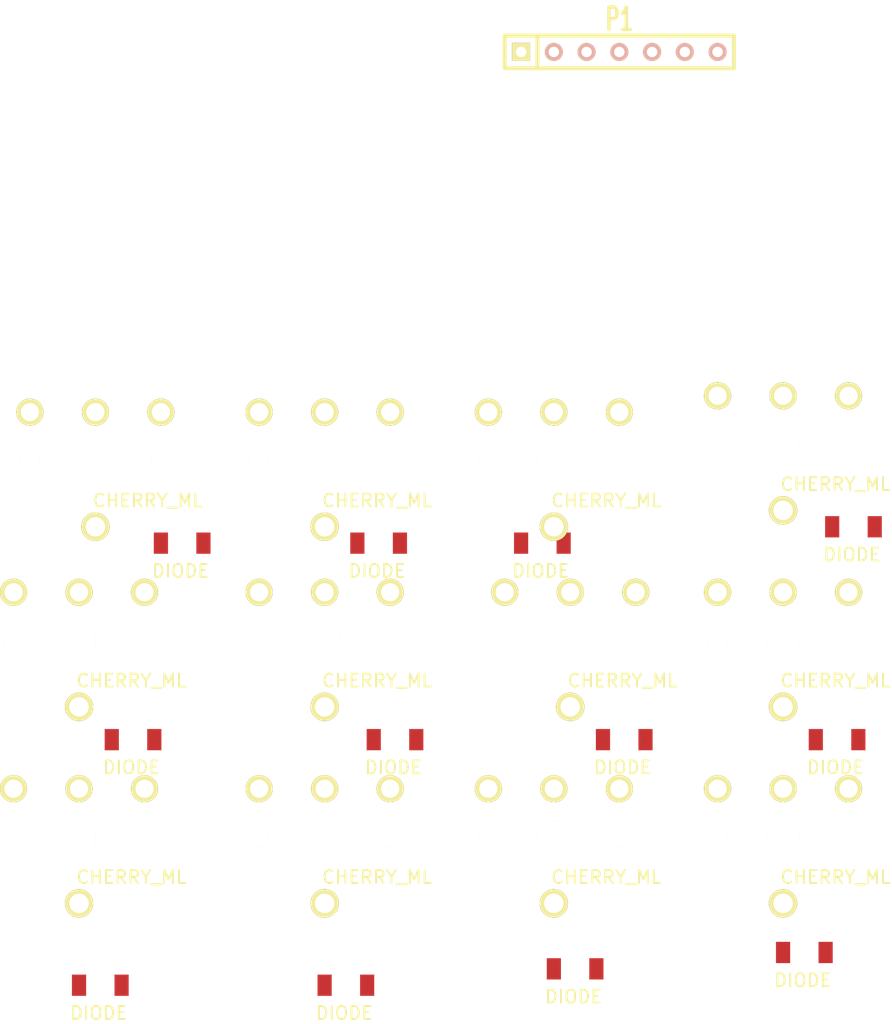
<source format=kicad_pcb>
(kicad_pcb (version 3) (host pcbnew "(2013-07-07 BZR 4022)-stable")

  (general
    (links 48)
    (no_connects 48)
    (area 0 0 0 0)
    (thickness 1.6)
    (drawings 0)
    (tracks 0)
    (zones 0)
    (modules 25)
    (nets 29)
  )

  (page A3)
  (layers
    (15 F.Cu signal)
    (0 B.Cu signal)
    (16 B.Adhes user)
    (17 F.Adhes user)
    (18 B.Paste user)
    (19 F.Paste user)
    (20 B.SilkS user)
    (21 F.SilkS user)
    (22 B.Mask user)
    (23 F.Mask user)
    (24 Dwgs.User user)
    (25 Cmts.User user)
    (26 Eco1.User user)
    (27 Eco2.User user)
    (28 Edge.Cuts user)
  )

  (setup
    (last_trace_width 0.254)
    (trace_clearance 0.254)
    (zone_clearance 0.508)
    (zone_45_only no)
    (trace_min 0.254)
    (segment_width 0.2)
    (edge_width 0.15)
    (via_size 0.889)
    (via_drill 0.635)
    (via_min_size 0.889)
    (via_min_drill 0.508)
    (uvia_size 0.508)
    (uvia_drill 0.127)
    (uvias_allowed no)
    (uvia_min_size 0.508)
    (uvia_min_drill 0.127)
    (pcb_text_width 0.3)
    (pcb_text_size 1.5 1.5)
    (mod_edge_width 0.15)
    (mod_text_size 1.5 1.5)
    (mod_text_width 0.15)
    (pad_size 1.524 1.524)
    (pad_drill 0.762)
    (pad_to_mask_clearance 0.2)
    (aux_axis_origin 0 0)
    (visible_elements FFFFFFBF)
    (pcbplotparams
      (layerselection 3178497)
      (usegerberextensions true)
      (excludeedgelayer true)
      (linewidth 0.100000)
      (plotframeref false)
      (viasonmask false)
      (mode 1)
      (useauxorigin false)
      (hpglpennumber 1)
      (hpglpenspeed 20)
      (hpglpendiameter 15)
      (hpglpenoverlay 2)
      (psnegative false)
      (psa4output false)
      (plotreference true)
      (plotvalue true)
      (plotothertext true)
      (plotinvisibletext false)
      (padsonsilk false)
      (subtractmaskfromsilk false)
      (outputformat 1)
      (mirror false)
      (drillshape 1)
      (scaleselection 1)
      (outputdirectory ""))
  )

  (net 0 "")
  (net 1 N-000001)
  (net 2 N-0000010)
  (net 3 N-0000011)
  (net 4 N-0000012)
  (net 5 N-0000013)
  (net 6 N-0000014)
  (net 7 N-0000018)
  (net 8 N-0000019)
  (net 9 N-000002)
  (net 10 N-0000020)
  (net 11 N-0000021)
  (net 12 N-0000022)
  (net 13 N-0000023)
  (net 14 N-0000024)
  (net 15 N-0000025)
  (net 16 N-0000026)
  (net 17 N-0000027)
  (net 18 N-0000028)
  (net 19 N-0000029)
  (net 20 N-000003)
  (net 21 N-0000030)
  (net 22 N-0000031)
  (net 23 N-000004)
  (net 24 N-000005)
  (net 25 N-000006)
  (net 26 N-000007)
  (net 27 N-000008)
  (net 28 N-000009)

  (net_class Default "This is the default net class."
    (clearance 0.254)
    (trace_width 0.254)
    (via_dia 0.889)
    (via_drill 0.635)
    (uvia_dia 0.508)
    (uvia_drill 0.127)
    (add_net "")
    (add_net N-000001)
    (add_net N-0000010)
    (add_net N-0000011)
    (add_net N-0000012)
    (add_net N-0000013)
    (add_net N-0000014)
    (add_net N-0000018)
    (add_net N-0000019)
    (add_net N-000002)
    (add_net N-0000020)
    (add_net N-0000021)
    (add_net N-0000022)
    (add_net N-0000023)
    (add_net N-0000024)
    (add_net N-0000025)
    (add_net N-0000026)
    (add_net N-0000027)
    (add_net N-0000028)
    (add_net N-0000029)
    (add_net N-000003)
    (add_net N-0000030)
    (add_net N-0000031)
    (add_net N-000004)
    (add_net N-000005)
    (add_net N-000006)
    (add_net N-000007)
    (add_net N-000008)
    (add_net N-000009)
  )

  (module SIL-7 (layer F.Cu) (tedit 200000) (tstamp 563FAFFE)
    (at 217.17 118.11)
    (descr "Connecteur 7 pins")
    (tags "CONN DEV")
    (path /563F87A4)
    (fp_text reference P1 (at 0 -2.54) (layer F.SilkS)
      (effects (font (size 1.72974 1.08712) (thickness 0.3048)))
    )
    (fp_text value CONN_7 (at 0 -2.54) (layer F.SilkS) hide
      (effects (font (size 1.524 1.016) (thickness 0.3048)))
    )
    (fp_line (start -8.89 -1.27) (end -8.89 -1.27) (layer F.SilkS) (width 0.3048))
    (fp_line (start -8.89 -1.27) (end 8.89 -1.27) (layer F.SilkS) (width 0.3048))
    (fp_line (start 8.89 -1.27) (end 8.89 1.27) (layer F.SilkS) (width 0.3048))
    (fp_line (start 8.89 1.27) (end -8.89 1.27) (layer F.SilkS) (width 0.3048))
    (fp_line (start -8.89 1.27) (end -8.89 -1.27) (layer F.SilkS) (width 0.3048))
    (fp_line (start -6.35 1.27) (end -6.35 1.27) (layer F.SilkS) (width 0.3048))
    (fp_line (start -6.35 1.27) (end -6.35 -1.27) (layer F.SilkS) (width 0.3048))
    (pad 1 thru_hole rect (at -7.62 0) (size 1.397 1.397) (drill 0.8128)
      (layers *.Cu *.Mask F.SilkS)
      (net 11 N-0000021)
    )
    (pad 2 thru_hole circle (at -5.08 0) (size 1.397 1.397) (drill 0.8128)
      (layers *.Cu *.SilkS *.Mask)
      (net 18 N-0000028)
    )
    (pad 3 thru_hole circle (at -2.54 0) (size 1.397 1.397) (drill 0.8128)
      (layers *.Cu *.SilkS *.Mask)
      (net 25 N-000006)
    )
    (pad 4 thru_hole circle (at 0 0) (size 1.397 1.397) (drill 0.8128)
      (layers *.Cu *.SilkS *.Mask)
      (net 20 N-000003)
    )
    (pad 5 thru_hole circle (at 2.54 0) (size 1.397 1.397) (drill 0.8128)
      (layers *.Cu *.SilkS *.Mask)
      (net 5 N-0000013)
    )
    (pad 6 thru_hole circle (at 5.08 0) (size 1.397 1.397) (drill 0.8128)
      (layers *.Cu *.SilkS *.Mask)
      (net 28 N-000009)
    )
    (pad 7 thru_hole circle (at 7.62 0) (size 1.397 1.397) (drill 0.8128)
      (layers *.Cu *.SilkS *.Mask)
      (net 21 N-0000030)
    )
  )

  (module FDLL4148 (layer F.Cu) (tedit 563F81A4) (tstamp 563FB004)
    (at 181.61 156.21)
    (path /563F86E6)
    (fp_text reference D1 (at 1.7 -1.88) (layer F.SilkS) hide
      (effects (font (size 1 1) (thickness 0.15)))
    )
    (fp_text value DIODE (at 1.53 2.16) (layer F.SilkS)
      (effects (font (size 1 1) (thickness 0.15)))
    )
    (pad 1 smd rect (at 0 0) (size 1.1 1.65)
      (layers F.Cu F.Paste F.Mask)
      (net 13 N-0000023)
    )
    (pad 2 smd rect (at 3.3 0) (size 1.1 1.65)
      (layers F.Cu F.Paste F.Mask)
      (net 21 N-0000030)
    )
  )

  (module FDLL4148 (layer F.Cu) (tedit 563F81A4) (tstamp 563FB00A)
    (at 229.87 187.96)
    (path /563F8824)
    (fp_text reference D12 (at 1.7 -1.88) (layer F.SilkS) hide
      (effects (font (size 1 1) (thickness 0.15)))
    )
    (fp_text value DIODE (at 1.53 2.16) (layer F.SilkS)
      (effects (font (size 1 1) (thickness 0.15)))
    )
    (pad 1 smd rect (at 0 0) (size 1.1 1.65)
      (layers F.Cu F.Paste F.Mask)
      (net 23 N-000004)
    )
    (pad 2 smd rect (at 3.3 0) (size 1.1 1.65)
      (layers F.Cu F.Paste F.Mask)
      (net 20 N-000003)
    )
  )

  (module FDLL4148 (layer F.Cu) (tedit 563F81A4) (tstamp 563FB010)
    (at 212.09 189.23)
    (path /563F8815)
    (fp_text reference D9 (at 1.7 -1.88) (layer F.SilkS) hide
      (effects (font (size 1 1) (thickness 0.15)))
    )
    (fp_text value DIODE (at 1.53 2.16) (layer F.SilkS)
      (effects (font (size 1 1) (thickness 0.15)))
    )
    (pad 1 smd rect (at 0 0) (size 1.1 1.65)
      (layers F.Cu F.Paste F.Mask)
      (net 6 N-0000014)
    )
    (pad 2 smd rect (at 3.3 0) (size 1.1 1.65)
      (layers F.Cu F.Paste F.Mask)
      (net 5 N-0000013)
    )
  )

  (module FDLL4148 (layer F.Cu) (tedit 563F81A4) (tstamp 563FB016)
    (at 194.31 190.5)
    (path /563F8806)
    (fp_text reference D5 (at 1.7 -1.88) (layer F.SilkS) hide
      (effects (font (size 1 1) (thickness 0.15)))
    )
    (fp_text value DIODE (at 1.53 2.16) (layer F.SilkS)
      (effects (font (size 1 1) (thickness 0.15)))
    )
    (pad 1 smd rect (at 0 0) (size 1.1 1.65)
      (layers F.Cu F.Paste F.Mask)
      (net 3 N-0000011)
    )
    (pad 2 smd rect (at 3.3 0) (size 1.1 1.65)
      (layers F.Cu F.Paste F.Mask)
      (net 28 N-000009)
    )
  )

  (module FDLL4148 (layer F.Cu) (tedit 563F81A4) (tstamp 563FB01C)
    (at 175.26 190.5)
    (path /563F87DE)
    (fp_text reference D3 (at 1.7 -1.88) (layer F.SilkS) hide
      (effects (font (size 1 1) (thickness 0.15)))
    )
    (fp_text value DIODE (at 1.53 2.16) (layer F.SilkS)
      (effects (font (size 1 1) (thickness 0.15)))
    )
    (pad 1 smd rect (at 0 0) (size 1.1 1.65)
      (layers F.Cu F.Paste F.Mask)
      (net 26 N-000007)
    )
    (pad 2 smd rect (at 3.3 0) (size 1.1 1.65)
      (layers F.Cu F.Paste F.Mask)
      (net 21 N-0000030)
    )
  )

  (module FDLL4148 (layer F.Cu) (tedit 563F81A4) (tstamp 563FB022)
    (at 232.41 171.45)
    (path /563F8795)
    (fp_text reference D11 (at 1.7 -1.88) (layer F.SilkS) hide
      (effects (font (size 1 1) (thickness 0.15)))
    )
    (fp_text value DIODE (at 1.53 2.16) (layer F.SilkS)
      (effects (font (size 1 1) (thickness 0.15)))
    )
    (pad 1 smd rect (at 0 0) (size 1.1 1.65)
      (layers F.Cu F.Paste F.Mask)
      (net 9 N-000002)
    )
    (pad 2 smd rect (at 3.3 0) (size 1.1 1.65)
      (layers F.Cu F.Paste F.Mask)
      (net 20 N-000003)
    )
  )

  (module FDLL4148 (layer F.Cu) (tedit 563F81A4) (tstamp 563FB028)
    (at 215.9 171.45)
    (path /563F8786)
    (fp_text reference D8 (at 1.7 -1.88) (layer F.SilkS) hide
      (effects (font (size 1 1) (thickness 0.15)))
    )
    (fp_text value DIODE (at 1.53 2.16) (layer F.SilkS)
      (effects (font (size 1 1) (thickness 0.15)))
    )
    (pad 1 smd rect (at 0 0) (size 1.1 1.65)
      (layers F.Cu F.Paste F.Mask)
      (net 24 N-000005)
    )
    (pad 2 smd rect (at 3.3 0) (size 1.1 1.65)
      (layers F.Cu F.Paste F.Mask)
      (net 5 N-0000013)
    )
  )

  (module FDLL4148 (layer F.Cu) (tedit 563F81A4) (tstamp 563FB02E)
    (at 198.12 171.45)
    (path /563F8777)
    (fp_text reference D4 (at 1.7 -1.88) (layer F.SilkS) hide
      (effects (font (size 1 1) (thickness 0.15)))
    )
    (fp_text value DIODE (at 1.53 2.16) (layer F.SilkS)
      (effects (font (size 1 1) (thickness 0.15)))
    )
    (pad 1 smd rect (at 0 0) (size 1.1 1.65)
      (layers F.Cu F.Paste F.Mask)
      (net 2 N-0000010)
    )
    (pad 2 smd rect (at 3.3 0) (size 1.1 1.65)
      (layers F.Cu F.Paste F.Mask)
      (net 28 N-000009)
    )
  )

  (module FDLL4148 (layer F.Cu) (tedit 563F81A4) (tstamp 563FB034)
    (at 177.8 171.45)
    (path /563F875E)
    (fp_text reference D2 (at 1.7 -1.88) (layer F.SilkS) hide
      (effects (font (size 1 1) (thickness 0.15)))
    )
    (fp_text value DIODE (at 1.53 2.16) (layer F.SilkS)
      (effects (font (size 1 1) (thickness 0.15)))
    )
    (pad 1 smd rect (at 0 0) (size 1.1 1.65)
      (layers F.Cu F.Paste F.Mask)
      (net 17 N-0000027)
    )
    (pad 2 smd rect (at 3.3 0) (size 1.1 1.65)
      (layers F.Cu F.Paste F.Mask)
      (net 21 N-0000030)
    )
  )

  (module FDLL4148 (layer F.Cu) (tedit 563F81A4) (tstamp 563FB03A)
    (at 233.68 154.94)
    (path /563F8713)
    (fp_text reference D10 (at 1.7 -1.88) (layer F.SilkS) hide
      (effects (font (size 1 1) (thickness 0.15)))
    )
    (fp_text value DIODE (at 1.53 2.16) (layer F.SilkS)
      (effects (font (size 1 1) (thickness 0.15)))
    )
    (pad 1 smd rect (at 0 0) (size 1.1 1.65)
      (layers F.Cu F.Paste F.Mask)
      (net 1 N-000001)
    )
    (pad 2 smd rect (at 3.3 0) (size 1.1 1.65)
      (layers F.Cu F.Paste F.Mask)
      (net 20 N-000003)
    )
  )

  (module FDLL4148 (layer F.Cu) (tedit 563F81A4) (tstamp 563FB040)
    (at 209.55 156.21)
    (path /563F8704)
    (fp_text reference D7 (at 1.7 -1.88) (layer F.SilkS) hide
      (effects (font (size 1 1) (thickness 0.15)))
    )
    (fp_text value DIODE (at 1.53 2.16) (layer F.SilkS)
      (effects (font (size 1 1) (thickness 0.15)))
    )
    (pad 1 smd rect (at 0 0) (size 1.1 1.65)
      (layers F.Cu F.Paste F.Mask)
      (net 4 N-0000012)
    )
    (pad 2 smd rect (at 3.3 0) (size 1.1 1.65)
      (layers F.Cu F.Paste F.Mask)
      (net 5 N-0000013)
    )
  )

  (module FDLL4148 (layer F.Cu) (tedit 563F81A4) (tstamp 563FB046)
    (at 196.85 156.21)
    (path /563F86F5)
    (fp_text reference D6 (at 1.7 -1.88) (layer F.SilkS) hide
      (effects (font (size 1 1) (thickness 0.15)))
    )
    (fp_text value DIODE (at 1.53 2.16) (layer F.SilkS)
      (effects (font (size 1 1) (thickness 0.15)))
    )
    (pad 1 smd rect (at 0 0) (size 1.1 1.65)
      (layers F.Cu F.Paste F.Mask)
      (net 27 N-000008)
    )
    (pad 2 smd rect (at 3.3 0) (size 1.1 1.65)
      (layers F.Cu F.Paste F.Mask)
      (net 28 N-000009)
    )
  )

  (module CHERRY_ML (layer F.Cu) (tedit 563F8269) (tstamp 563FB051)
    (at 176.53 149.86)
    (path /563F8600)
    (fp_text reference K1 (at -3.556 3.048) (layer F.SilkS) hide
      (effects (font (size 1 1) (thickness 0.15)))
    )
    (fp_text value CHERRY_ML (at 4.064 3.048) (layer F.SilkS)
      (effects (font (size 1 1) (thickness 0.15)))
    )
    (pad "" np_thru_hole circle (at 0 0) (size 2.6 2.6) (drill 2.6)
      (layers *.Cu *.Mask F.SilkS)
    )
    (pad "" np_thru_hole circle (at -5.08 0) (size 1.55 1.55) (drill 1.55)
      (layers *.Cu *.Mask F.SilkS)
    )
    (pad "" np_thru_hole circle (at 5.08 0) (size 1.55 1.55) (drill 1.55)
      (layers *.Cu *.Mask F.SilkS)
    )
    (pad 4 thru_hole circle (at 5.08 -3.81) (size 2.1 2.1) (drill 1.4)
      (layers *.Cu *.Mask F.SilkS)
      (net 14 N-0000024)
    )
    (pad 3 thru_hole circle (at -5.08 -3.81) (size 2.1 2.1) (drill 1.4)
      (layers *.Cu *.Mask F.SilkS)
      (net 25 N-000006)
    )
    (pad 2 thru_hole circle (at 0 5.08) (size 2.2 2.2) (drill 1.5)
      (layers *.Cu *.Mask F.SilkS)
      (net 13 N-0000023)
    )
    (pad 1 thru_hole circle (at 0 -3.81) (size 2.1 2.1) (drill 1.4)
      (layers *.Cu *.Mask F.SilkS)
      (net 25 N-000006)
    )
  )

  (module CHERRY_ML (layer F.Cu) (tedit 563F8269) (tstamp 563FB05C)
    (at 229.87 179.07)
    (path /563F86D7)
    (fp_text reference K12 (at -3.556 3.048) (layer F.SilkS) hide
      (effects (font (size 1 1) (thickness 0.15)))
    )
    (fp_text value CHERRY_ML (at 4.064 3.048) (layer F.SilkS)
      (effects (font (size 1 1) (thickness 0.15)))
    )
    (pad "" np_thru_hole circle (at 0 0) (size 2.6 2.6) (drill 2.6)
      (layers *.Cu *.Mask F.SilkS)
    )
    (pad "" np_thru_hole circle (at -5.08 0) (size 1.55 1.55) (drill 1.55)
      (layers *.Cu *.Mask F.SilkS)
    )
    (pad "" np_thru_hole circle (at 5.08 0) (size 1.55 1.55) (drill 1.55)
      (layers *.Cu *.Mask F.SilkS)
    )
    (pad 4 thru_hole circle (at 5.08 -3.81) (size 2.1 2.1) (drill 1.4)
      (layers *.Cu *.Mask F.SilkS)
    )
    (pad 3 thru_hole circle (at -5.08 -3.81) (size 2.1 2.1) (drill 1.4)
      (layers *.Cu *.Mask F.SilkS)
      (net 22 N-0000031)
    )
    (pad 2 thru_hole circle (at 0 5.08) (size 2.2 2.2) (drill 1.5)
      (layers *.Cu *.Mask F.SilkS)
      (net 23 N-000004)
    )
    (pad 1 thru_hole circle (at 0 -3.81) (size 2.1 2.1) (drill 1.4)
      (layers *.Cu *.Mask F.SilkS)
      (net 22 N-0000031)
    )
  )

  (module CHERRY_ML (layer F.Cu) (tedit 563F8269) (tstamp 563FB067)
    (at 212.09 179.07)
    (path /563F86C8)
    (fp_text reference K9 (at -3.556 3.048) (layer F.SilkS) hide
      (effects (font (size 1 1) (thickness 0.15)))
    )
    (fp_text value CHERRY_ML (at 4.064 3.048) (layer F.SilkS)
      (effects (font (size 1 1) (thickness 0.15)))
    )
    (pad "" np_thru_hole circle (at 0 0) (size 2.6 2.6) (drill 2.6)
      (layers *.Cu *.Mask F.SilkS)
    )
    (pad "" np_thru_hole circle (at -5.08 0) (size 1.55 1.55) (drill 1.55)
      (layers *.Cu *.Mask F.SilkS)
    )
    (pad "" np_thru_hole circle (at 5.08 0) (size 1.55 1.55) (drill 1.55)
      (layers *.Cu *.Mask F.SilkS)
    )
    (pad 4 thru_hole circle (at 5.08 -3.81) (size 2.1 2.1) (drill 1.4)
      (layers *.Cu *.Mask F.SilkS)
      (net 22 N-0000031)
    )
    (pad 3 thru_hole circle (at -5.08 -3.81) (size 2.1 2.1) (drill 1.4)
      (layers *.Cu *.Mask F.SilkS)
      (net 16 N-0000026)
    )
    (pad 2 thru_hole circle (at 0 5.08) (size 2.2 2.2) (drill 1.5)
      (layers *.Cu *.Mask F.SilkS)
      (net 6 N-0000014)
    )
    (pad 1 thru_hole circle (at 0 -3.81) (size 2.1 2.1) (drill 1.4)
      (layers *.Cu *.Mask F.SilkS)
      (net 16 N-0000026)
    )
  )

  (module CHERRY_ML (layer F.Cu) (tedit 563F8269) (tstamp 563FB072)
    (at 194.31 179.07)
    (path /563F86B9)
    (fp_text reference K5 (at -3.556 3.048) (layer F.SilkS) hide
      (effects (font (size 1 1) (thickness 0.15)))
    )
    (fp_text value CHERRY_ML (at 4.064 3.048) (layer F.SilkS)
      (effects (font (size 1 1) (thickness 0.15)))
    )
    (pad "" np_thru_hole circle (at 0 0) (size 2.6 2.6) (drill 2.6)
      (layers *.Cu *.Mask F.SilkS)
    )
    (pad "" np_thru_hole circle (at -5.08 0) (size 1.55 1.55) (drill 1.55)
      (layers *.Cu *.Mask F.SilkS)
    )
    (pad "" np_thru_hole circle (at 5.08 0) (size 1.55 1.55) (drill 1.55)
      (layers *.Cu *.Mask F.SilkS)
    )
    (pad 4 thru_hole circle (at 5.08 -3.81) (size 2.1 2.1) (drill 1.4)
      (layers *.Cu *.Mask F.SilkS)
      (net 16 N-0000026)
    )
    (pad 3 thru_hole circle (at -5.08 -3.81) (size 2.1 2.1) (drill 1.4)
      (layers *.Cu *.Mask F.SilkS)
      (net 12 N-0000022)
    )
    (pad 2 thru_hole circle (at 0 5.08) (size 2.2 2.2) (drill 1.5)
      (layers *.Cu *.Mask F.SilkS)
      (net 3 N-0000011)
    )
    (pad 1 thru_hole circle (at 0 -3.81) (size 2.1 2.1) (drill 1.4)
      (layers *.Cu *.Mask F.SilkS)
      (net 12 N-0000022)
    )
  )

  (module CHERRY_ML (layer F.Cu) (tedit 563F8269) (tstamp 563FB07D)
    (at 175.26 179.07)
    (path /563F86A0)
    (fp_text reference K3 (at -3.556 3.048) (layer F.SilkS) hide
      (effects (font (size 1 1) (thickness 0.15)))
    )
    (fp_text value CHERRY_ML (at 4.064 3.048) (layer F.SilkS)
      (effects (font (size 1 1) (thickness 0.15)))
    )
    (pad "" np_thru_hole circle (at 0 0) (size 2.6 2.6) (drill 2.6)
      (layers *.Cu *.Mask F.SilkS)
    )
    (pad "" np_thru_hole circle (at -5.08 0) (size 1.55 1.55) (drill 1.55)
      (layers *.Cu *.Mask F.SilkS)
    )
    (pad "" np_thru_hole circle (at 5.08 0) (size 1.55 1.55) (drill 1.55)
      (layers *.Cu *.Mask F.SilkS)
    )
    (pad 4 thru_hole circle (at 5.08 -3.81) (size 2.1 2.1) (drill 1.4)
      (layers *.Cu *.Mask F.SilkS)
      (net 12 N-0000022)
    )
    (pad 3 thru_hole circle (at -5.08 -3.81) (size 2.1 2.1) (drill 1.4)
      (layers *.Cu *.Mask F.SilkS)
      (net 11 N-0000021)
    )
    (pad 2 thru_hole circle (at 0 5.08) (size 2.2 2.2) (drill 1.5)
      (layers *.Cu *.Mask F.SilkS)
      (net 26 N-000007)
    )
    (pad 1 thru_hole circle (at 0 -3.81) (size 2.1 2.1) (drill 1.4)
      (layers *.Cu *.Mask F.SilkS)
      (net 11 N-0000021)
    )
  )

  (module CHERRY_ML (layer F.Cu) (tedit 563F8269) (tstamp 563FB088)
    (at 229.87 163.83)
    (path /563F867D)
    (fp_text reference K11 (at -3.556 3.048) (layer F.SilkS) hide
      (effects (font (size 1 1) (thickness 0.15)))
    )
    (fp_text value CHERRY_ML (at 4.064 3.048) (layer F.SilkS)
      (effects (font (size 1 1) (thickness 0.15)))
    )
    (pad "" np_thru_hole circle (at 0 0) (size 2.6 2.6) (drill 2.6)
      (layers *.Cu *.Mask F.SilkS)
    )
    (pad "" np_thru_hole circle (at -5.08 0) (size 1.55 1.55) (drill 1.55)
      (layers *.Cu *.Mask F.SilkS)
    )
    (pad "" np_thru_hole circle (at 5.08 0) (size 1.55 1.55) (drill 1.55)
      (layers *.Cu *.Mask F.SilkS)
    )
    (pad 4 thru_hole circle (at 5.08 -3.81) (size 2.1 2.1) (drill 1.4)
      (layers *.Cu *.Mask F.SilkS)
    )
    (pad 3 thru_hole circle (at -5.08 -3.81) (size 2.1 2.1) (drill 1.4)
      (layers *.Cu *.Mask F.SilkS)
      (net 10 N-0000020)
    )
    (pad 2 thru_hole circle (at 0 5.08) (size 2.2 2.2) (drill 1.5)
      (layers *.Cu *.Mask F.SilkS)
      (net 9 N-000002)
    )
    (pad 1 thru_hole circle (at 0 -3.81) (size 2.1 2.1) (drill 1.4)
      (layers *.Cu *.Mask F.SilkS)
      (net 10 N-0000020)
    )
  )

  (module CHERRY_ML (layer F.Cu) (tedit 563F8269) (tstamp 563FB093)
    (at 229.87 148.59)
    (path /563F866E)
    (fp_text reference K10 (at -3.556 3.048) (layer F.SilkS) hide
      (effects (font (size 1 1) (thickness 0.15)))
    )
    (fp_text value CHERRY_ML (at 4.064 3.048) (layer F.SilkS)
      (effects (font (size 1 1) (thickness 0.15)))
    )
    (pad "" np_thru_hole circle (at 0 0) (size 2.6 2.6) (drill 2.6)
      (layers *.Cu *.Mask F.SilkS)
    )
    (pad "" np_thru_hole circle (at -5.08 0) (size 1.55 1.55) (drill 1.55)
      (layers *.Cu *.Mask F.SilkS)
    )
    (pad "" np_thru_hole circle (at 5.08 0) (size 1.55 1.55) (drill 1.55)
      (layers *.Cu *.Mask F.SilkS)
    )
    (pad 4 thru_hole circle (at 5.08 -3.81) (size 2.1 2.1) (drill 1.4)
      (layers *.Cu *.Mask F.SilkS)
    )
    (pad 3 thru_hole circle (at -5.08 -3.81) (size 2.1 2.1) (drill 1.4)
      (layers *.Cu *.Mask F.SilkS)
      (net 8 N-0000019)
    )
    (pad 2 thru_hole circle (at 0 5.08) (size 2.2 2.2) (drill 1.5)
      (layers *.Cu *.Mask F.SilkS)
      (net 1 N-000001)
    )
    (pad 1 thru_hole circle (at 0 -3.81) (size 2.1 2.1) (drill 1.4)
      (layers *.Cu *.Mask F.SilkS)
      (net 8 N-0000019)
    )
  )

  (module CHERRY_ML (layer F.Cu) (tedit 563F8269) (tstamp 563FB09E)
    (at 213.36 163.83)
    (path /563F865F)
    (fp_text reference K8 (at -3.556 3.048) (layer F.SilkS) hide
      (effects (font (size 1 1) (thickness 0.15)))
    )
    (fp_text value CHERRY_ML (at 4.064 3.048) (layer F.SilkS)
      (effects (font (size 1 1) (thickness 0.15)))
    )
    (pad "" np_thru_hole circle (at 0 0) (size 2.6 2.6) (drill 2.6)
      (layers *.Cu *.Mask F.SilkS)
    )
    (pad "" np_thru_hole circle (at -5.08 0) (size 1.55 1.55) (drill 1.55)
      (layers *.Cu *.Mask F.SilkS)
    )
    (pad "" np_thru_hole circle (at 5.08 0) (size 1.55 1.55) (drill 1.55)
      (layers *.Cu *.Mask F.SilkS)
    )
    (pad 4 thru_hole circle (at 5.08 -3.81) (size 2.1 2.1) (drill 1.4)
      (layers *.Cu *.Mask F.SilkS)
      (net 10 N-0000020)
    )
    (pad 3 thru_hole circle (at -5.08 -3.81) (size 2.1 2.1) (drill 1.4)
      (layers *.Cu *.Mask F.SilkS)
      (net 7 N-0000018)
    )
    (pad 2 thru_hole circle (at 0 5.08) (size 2.2 2.2) (drill 1.5)
      (layers *.Cu *.Mask F.SilkS)
      (net 24 N-000005)
    )
    (pad 1 thru_hole circle (at 0 -3.81) (size 2.1 2.1) (drill 1.4)
      (layers *.Cu *.Mask F.SilkS)
      (net 7 N-0000018)
    )
  )

  (module CHERRY_ML (layer F.Cu) (tedit 563F8269) (tstamp 563FB0A9)
    (at 194.31 163.83)
    (path /563F8650)
    (fp_text reference K4 (at -3.556 3.048) (layer F.SilkS) hide
      (effects (font (size 1 1) (thickness 0.15)))
    )
    (fp_text value CHERRY_ML (at 4.064 3.048) (layer F.SilkS)
      (effects (font (size 1 1) (thickness 0.15)))
    )
    (pad "" np_thru_hole circle (at 0 0) (size 2.6 2.6) (drill 2.6)
      (layers *.Cu *.Mask F.SilkS)
    )
    (pad "" np_thru_hole circle (at -5.08 0) (size 1.55 1.55) (drill 1.55)
      (layers *.Cu *.Mask F.SilkS)
    )
    (pad "" np_thru_hole circle (at 5.08 0) (size 1.55 1.55) (drill 1.55)
      (layers *.Cu *.Mask F.SilkS)
    )
    (pad 4 thru_hole circle (at 5.08 -3.81) (size 2.1 2.1) (drill 1.4)
      (layers *.Cu *.Mask F.SilkS)
      (net 7 N-0000018)
    )
    (pad 3 thru_hole circle (at -5.08 -3.81) (size 2.1 2.1) (drill 1.4)
      (layers *.Cu *.Mask F.SilkS)
      (net 19 N-0000029)
    )
    (pad 2 thru_hole circle (at 0 5.08) (size 2.2 2.2) (drill 1.5)
      (layers *.Cu *.Mask F.SilkS)
      (net 2 N-0000010)
    )
    (pad 1 thru_hole circle (at 0 -3.81) (size 2.1 2.1) (drill 1.4)
      (layers *.Cu *.Mask F.SilkS)
      (net 19 N-0000029)
    )
  )

  (module CHERRY_ML (layer F.Cu) (tedit 563F8269) (tstamp 563FB0B4)
    (at 175.26 163.83)
    (path /563F8641)
    (fp_text reference K2 (at -3.556 3.048) (layer F.SilkS) hide
      (effects (font (size 1 1) (thickness 0.15)))
    )
    (fp_text value CHERRY_ML (at 4.064 3.048) (layer F.SilkS)
      (effects (font (size 1 1) (thickness 0.15)))
    )
    (pad "" np_thru_hole circle (at 0 0) (size 2.6 2.6) (drill 2.6)
      (layers *.Cu *.Mask F.SilkS)
    )
    (pad "" np_thru_hole circle (at -5.08 0) (size 1.55 1.55) (drill 1.55)
      (layers *.Cu *.Mask F.SilkS)
    )
    (pad "" np_thru_hole circle (at 5.08 0) (size 1.55 1.55) (drill 1.55)
      (layers *.Cu *.Mask F.SilkS)
    )
    (pad 4 thru_hole circle (at 5.08 -3.81) (size 2.1 2.1) (drill 1.4)
      (layers *.Cu *.Mask F.SilkS)
      (net 19 N-0000029)
    )
    (pad 3 thru_hole circle (at -5.08 -3.81) (size 2.1 2.1) (drill 1.4)
      (layers *.Cu *.Mask F.SilkS)
      (net 18 N-0000028)
    )
    (pad 2 thru_hole circle (at 0 5.08) (size 2.2 2.2) (drill 1.5)
      (layers *.Cu *.Mask F.SilkS)
      (net 17 N-0000027)
    )
    (pad 1 thru_hole circle (at 0 -3.81) (size 2.1 2.1) (drill 1.4)
      (layers *.Cu *.Mask F.SilkS)
      (net 18 N-0000028)
    )
  )

  (module CHERRY_ML (layer F.Cu) (tedit 563F8269) (tstamp 563FB0BF)
    (at 212.09 149.86)
    (path /563F8632)
    (fp_text reference K7 (at -3.556 3.048) (layer F.SilkS) hide
      (effects (font (size 1 1) (thickness 0.15)))
    )
    (fp_text value CHERRY_ML (at 4.064 3.048) (layer F.SilkS)
      (effects (font (size 1 1) (thickness 0.15)))
    )
    (pad "" np_thru_hole circle (at 0 0) (size 2.6 2.6) (drill 2.6)
      (layers *.Cu *.Mask F.SilkS)
    )
    (pad "" np_thru_hole circle (at -5.08 0) (size 1.55 1.55) (drill 1.55)
      (layers *.Cu *.Mask F.SilkS)
    )
    (pad "" np_thru_hole circle (at 5.08 0) (size 1.55 1.55) (drill 1.55)
      (layers *.Cu *.Mask F.SilkS)
    )
    (pad 4 thru_hole circle (at 5.08 -3.81) (size 2.1 2.1) (drill 1.4)
      (layers *.Cu *.Mask F.SilkS)
      (net 8 N-0000019)
    )
    (pad 3 thru_hole circle (at -5.08 -3.81) (size 2.1 2.1) (drill 1.4)
      (layers *.Cu *.Mask F.SilkS)
      (net 15 N-0000025)
    )
    (pad 2 thru_hole circle (at 0 5.08) (size 2.2 2.2) (drill 1.5)
      (layers *.Cu *.Mask F.SilkS)
      (net 4 N-0000012)
    )
    (pad 1 thru_hole circle (at 0 -3.81) (size 2.1 2.1) (drill 1.4)
      (layers *.Cu *.Mask F.SilkS)
      (net 15 N-0000025)
    )
  )

  (module CHERRY_ML (layer F.Cu) (tedit 563F8269) (tstamp 563FB0CA)
    (at 194.31 149.86)
    (path /563F860F)
    (fp_text reference K6 (at -3.556 3.048) (layer F.SilkS) hide
      (effects (font (size 1 1) (thickness 0.15)))
    )
    (fp_text value CHERRY_ML (at 4.064 3.048) (layer F.SilkS)
      (effects (font (size 1 1) (thickness 0.15)))
    )
    (pad "" np_thru_hole circle (at 0 0) (size 2.6 2.6) (drill 2.6)
      (layers *.Cu *.Mask F.SilkS)
    )
    (pad "" np_thru_hole circle (at -5.08 0) (size 1.55 1.55) (drill 1.55)
      (layers *.Cu *.Mask F.SilkS)
    )
    (pad "" np_thru_hole circle (at 5.08 0) (size 1.55 1.55) (drill 1.55)
      (layers *.Cu *.Mask F.SilkS)
    )
    (pad 4 thru_hole circle (at 5.08 -3.81) (size 2.1 2.1) (drill 1.4)
      (layers *.Cu *.Mask F.SilkS)
      (net 15 N-0000025)
    )
    (pad 3 thru_hole circle (at -5.08 -3.81) (size 2.1 2.1) (drill 1.4)
      (layers *.Cu *.Mask F.SilkS)
      (net 14 N-0000024)
    )
    (pad 2 thru_hole circle (at 0 5.08) (size 2.2 2.2) (drill 1.5)
      (layers *.Cu *.Mask F.SilkS)
      (net 27 N-000008)
    )
    (pad 1 thru_hole circle (at 0 -3.81) (size 2.1 2.1) (drill 1.4)
      (layers *.Cu *.Mask F.SilkS)
      (net 14 N-0000024)
    )
  )

)

</source>
